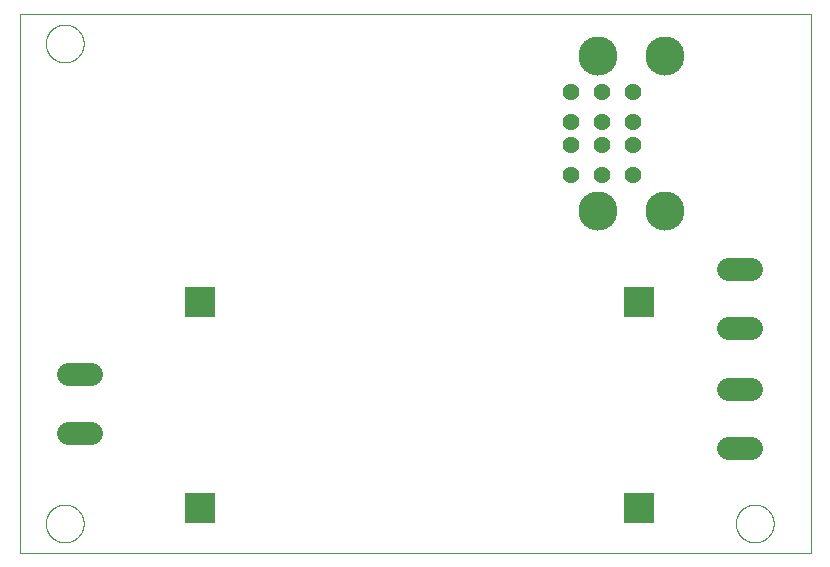
<source format=gtl>
G75*
%MOIN*%
%OFA0B0*%
%FSLAX25Y25*%
%IPPOS*%
%LPD*%
%AMOC8*
5,1,8,0,0,1.08239X$1,22.5*
%
%ADD10C,0.00000*%
%ADD11R,0.10000X0.10000*%
%ADD12C,0.07800*%
%ADD13C,0.13055*%
%ADD14C,0.05622*%
D10*
X0005833Y0002600D02*
X0005833Y0182561D01*
X0269534Y0182561D01*
X0269534Y0002600D01*
X0005833Y0002600D01*
X0014534Y0012600D02*
X0014536Y0012758D01*
X0014542Y0012916D01*
X0014552Y0013074D01*
X0014566Y0013232D01*
X0014584Y0013389D01*
X0014605Y0013546D01*
X0014631Y0013702D01*
X0014661Y0013858D01*
X0014694Y0014013D01*
X0014732Y0014166D01*
X0014773Y0014319D01*
X0014818Y0014471D01*
X0014867Y0014622D01*
X0014920Y0014771D01*
X0014976Y0014919D01*
X0015036Y0015065D01*
X0015100Y0015210D01*
X0015168Y0015353D01*
X0015239Y0015495D01*
X0015313Y0015635D01*
X0015391Y0015772D01*
X0015473Y0015908D01*
X0015557Y0016042D01*
X0015646Y0016173D01*
X0015737Y0016302D01*
X0015832Y0016429D01*
X0015929Y0016554D01*
X0016030Y0016676D01*
X0016134Y0016795D01*
X0016241Y0016912D01*
X0016351Y0017026D01*
X0016464Y0017137D01*
X0016579Y0017246D01*
X0016697Y0017351D01*
X0016818Y0017453D01*
X0016941Y0017553D01*
X0017067Y0017649D01*
X0017195Y0017742D01*
X0017325Y0017832D01*
X0017458Y0017918D01*
X0017593Y0018002D01*
X0017729Y0018081D01*
X0017868Y0018158D01*
X0018009Y0018230D01*
X0018151Y0018300D01*
X0018295Y0018365D01*
X0018441Y0018427D01*
X0018588Y0018485D01*
X0018737Y0018540D01*
X0018887Y0018591D01*
X0019038Y0018638D01*
X0019190Y0018681D01*
X0019343Y0018720D01*
X0019498Y0018756D01*
X0019653Y0018787D01*
X0019809Y0018815D01*
X0019965Y0018839D01*
X0020122Y0018859D01*
X0020280Y0018875D01*
X0020437Y0018887D01*
X0020596Y0018895D01*
X0020754Y0018899D01*
X0020912Y0018899D01*
X0021070Y0018895D01*
X0021229Y0018887D01*
X0021386Y0018875D01*
X0021544Y0018859D01*
X0021701Y0018839D01*
X0021857Y0018815D01*
X0022013Y0018787D01*
X0022168Y0018756D01*
X0022323Y0018720D01*
X0022476Y0018681D01*
X0022628Y0018638D01*
X0022779Y0018591D01*
X0022929Y0018540D01*
X0023078Y0018485D01*
X0023225Y0018427D01*
X0023371Y0018365D01*
X0023515Y0018300D01*
X0023657Y0018230D01*
X0023798Y0018158D01*
X0023937Y0018081D01*
X0024073Y0018002D01*
X0024208Y0017918D01*
X0024341Y0017832D01*
X0024471Y0017742D01*
X0024599Y0017649D01*
X0024725Y0017553D01*
X0024848Y0017453D01*
X0024969Y0017351D01*
X0025087Y0017246D01*
X0025202Y0017137D01*
X0025315Y0017026D01*
X0025425Y0016912D01*
X0025532Y0016795D01*
X0025636Y0016676D01*
X0025737Y0016554D01*
X0025834Y0016429D01*
X0025929Y0016302D01*
X0026020Y0016173D01*
X0026109Y0016042D01*
X0026193Y0015908D01*
X0026275Y0015772D01*
X0026353Y0015635D01*
X0026427Y0015495D01*
X0026498Y0015353D01*
X0026566Y0015210D01*
X0026630Y0015065D01*
X0026690Y0014919D01*
X0026746Y0014771D01*
X0026799Y0014622D01*
X0026848Y0014471D01*
X0026893Y0014319D01*
X0026934Y0014166D01*
X0026972Y0014013D01*
X0027005Y0013858D01*
X0027035Y0013702D01*
X0027061Y0013546D01*
X0027082Y0013389D01*
X0027100Y0013232D01*
X0027114Y0013074D01*
X0027124Y0012916D01*
X0027130Y0012758D01*
X0027132Y0012600D01*
X0027130Y0012442D01*
X0027124Y0012284D01*
X0027114Y0012126D01*
X0027100Y0011968D01*
X0027082Y0011811D01*
X0027061Y0011654D01*
X0027035Y0011498D01*
X0027005Y0011342D01*
X0026972Y0011187D01*
X0026934Y0011034D01*
X0026893Y0010881D01*
X0026848Y0010729D01*
X0026799Y0010578D01*
X0026746Y0010429D01*
X0026690Y0010281D01*
X0026630Y0010135D01*
X0026566Y0009990D01*
X0026498Y0009847D01*
X0026427Y0009705D01*
X0026353Y0009565D01*
X0026275Y0009428D01*
X0026193Y0009292D01*
X0026109Y0009158D01*
X0026020Y0009027D01*
X0025929Y0008898D01*
X0025834Y0008771D01*
X0025737Y0008646D01*
X0025636Y0008524D01*
X0025532Y0008405D01*
X0025425Y0008288D01*
X0025315Y0008174D01*
X0025202Y0008063D01*
X0025087Y0007954D01*
X0024969Y0007849D01*
X0024848Y0007747D01*
X0024725Y0007647D01*
X0024599Y0007551D01*
X0024471Y0007458D01*
X0024341Y0007368D01*
X0024208Y0007282D01*
X0024073Y0007198D01*
X0023937Y0007119D01*
X0023798Y0007042D01*
X0023657Y0006970D01*
X0023515Y0006900D01*
X0023371Y0006835D01*
X0023225Y0006773D01*
X0023078Y0006715D01*
X0022929Y0006660D01*
X0022779Y0006609D01*
X0022628Y0006562D01*
X0022476Y0006519D01*
X0022323Y0006480D01*
X0022168Y0006444D01*
X0022013Y0006413D01*
X0021857Y0006385D01*
X0021701Y0006361D01*
X0021544Y0006341D01*
X0021386Y0006325D01*
X0021229Y0006313D01*
X0021070Y0006305D01*
X0020912Y0006301D01*
X0020754Y0006301D01*
X0020596Y0006305D01*
X0020437Y0006313D01*
X0020280Y0006325D01*
X0020122Y0006341D01*
X0019965Y0006361D01*
X0019809Y0006385D01*
X0019653Y0006413D01*
X0019498Y0006444D01*
X0019343Y0006480D01*
X0019190Y0006519D01*
X0019038Y0006562D01*
X0018887Y0006609D01*
X0018737Y0006660D01*
X0018588Y0006715D01*
X0018441Y0006773D01*
X0018295Y0006835D01*
X0018151Y0006900D01*
X0018009Y0006970D01*
X0017868Y0007042D01*
X0017729Y0007119D01*
X0017593Y0007198D01*
X0017458Y0007282D01*
X0017325Y0007368D01*
X0017195Y0007458D01*
X0017067Y0007551D01*
X0016941Y0007647D01*
X0016818Y0007747D01*
X0016697Y0007849D01*
X0016579Y0007954D01*
X0016464Y0008063D01*
X0016351Y0008174D01*
X0016241Y0008288D01*
X0016134Y0008405D01*
X0016030Y0008524D01*
X0015929Y0008646D01*
X0015832Y0008771D01*
X0015737Y0008898D01*
X0015646Y0009027D01*
X0015557Y0009158D01*
X0015473Y0009292D01*
X0015391Y0009428D01*
X0015313Y0009565D01*
X0015239Y0009705D01*
X0015168Y0009847D01*
X0015100Y0009990D01*
X0015036Y0010135D01*
X0014976Y0010281D01*
X0014920Y0010429D01*
X0014867Y0010578D01*
X0014818Y0010729D01*
X0014773Y0010881D01*
X0014732Y0011034D01*
X0014694Y0011187D01*
X0014661Y0011342D01*
X0014631Y0011498D01*
X0014605Y0011654D01*
X0014584Y0011811D01*
X0014566Y0011968D01*
X0014552Y0012126D01*
X0014542Y0012284D01*
X0014536Y0012442D01*
X0014534Y0012600D01*
X0244534Y0012600D02*
X0244536Y0012758D01*
X0244542Y0012916D01*
X0244552Y0013074D01*
X0244566Y0013232D01*
X0244584Y0013389D01*
X0244605Y0013546D01*
X0244631Y0013702D01*
X0244661Y0013858D01*
X0244694Y0014013D01*
X0244732Y0014166D01*
X0244773Y0014319D01*
X0244818Y0014471D01*
X0244867Y0014622D01*
X0244920Y0014771D01*
X0244976Y0014919D01*
X0245036Y0015065D01*
X0245100Y0015210D01*
X0245168Y0015353D01*
X0245239Y0015495D01*
X0245313Y0015635D01*
X0245391Y0015772D01*
X0245473Y0015908D01*
X0245557Y0016042D01*
X0245646Y0016173D01*
X0245737Y0016302D01*
X0245832Y0016429D01*
X0245929Y0016554D01*
X0246030Y0016676D01*
X0246134Y0016795D01*
X0246241Y0016912D01*
X0246351Y0017026D01*
X0246464Y0017137D01*
X0246579Y0017246D01*
X0246697Y0017351D01*
X0246818Y0017453D01*
X0246941Y0017553D01*
X0247067Y0017649D01*
X0247195Y0017742D01*
X0247325Y0017832D01*
X0247458Y0017918D01*
X0247593Y0018002D01*
X0247729Y0018081D01*
X0247868Y0018158D01*
X0248009Y0018230D01*
X0248151Y0018300D01*
X0248295Y0018365D01*
X0248441Y0018427D01*
X0248588Y0018485D01*
X0248737Y0018540D01*
X0248887Y0018591D01*
X0249038Y0018638D01*
X0249190Y0018681D01*
X0249343Y0018720D01*
X0249498Y0018756D01*
X0249653Y0018787D01*
X0249809Y0018815D01*
X0249965Y0018839D01*
X0250122Y0018859D01*
X0250280Y0018875D01*
X0250437Y0018887D01*
X0250596Y0018895D01*
X0250754Y0018899D01*
X0250912Y0018899D01*
X0251070Y0018895D01*
X0251229Y0018887D01*
X0251386Y0018875D01*
X0251544Y0018859D01*
X0251701Y0018839D01*
X0251857Y0018815D01*
X0252013Y0018787D01*
X0252168Y0018756D01*
X0252323Y0018720D01*
X0252476Y0018681D01*
X0252628Y0018638D01*
X0252779Y0018591D01*
X0252929Y0018540D01*
X0253078Y0018485D01*
X0253225Y0018427D01*
X0253371Y0018365D01*
X0253515Y0018300D01*
X0253657Y0018230D01*
X0253798Y0018158D01*
X0253937Y0018081D01*
X0254073Y0018002D01*
X0254208Y0017918D01*
X0254341Y0017832D01*
X0254471Y0017742D01*
X0254599Y0017649D01*
X0254725Y0017553D01*
X0254848Y0017453D01*
X0254969Y0017351D01*
X0255087Y0017246D01*
X0255202Y0017137D01*
X0255315Y0017026D01*
X0255425Y0016912D01*
X0255532Y0016795D01*
X0255636Y0016676D01*
X0255737Y0016554D01*
X0255834Y0016429D01*
X0255929Y0016302D01*
X0256020Y0016173D01*
X0256109Y0016042D01*
X0256193Y0015908D01*
X0256275Y0015772D01*
X0256353Y0015635D01*
X0256427Y0015495D01*
X0256498Y0015353D01*
X0256566Y0015210D01*
X0256630Y0015065D01*
X0256690Y0014919D01*
X0256746Y0014771D01*
X0256799Y0014622D01*
X0256848Y0014471D01*
X0256893Y0014319D01*
X0256934Y0014166D01*
X0256972Y0014013D01*
X0257005Y0013858D01*
X0257035Y0013702D01*
X0257061Y0013546D01*
X0257082Y0013389D01*
X0257100Y0013232D01*
X0257114Y0013074D01*
X0257124Y0012916D01*
X0257130Y0012758D01*
X0257132Y0012600D01*
X0257130Y0012442D01*
X0257124Y0012284D01*
X0257114Y0012126D01*
X0257100Y0011968D01*
X0257082Y0011811D01*
X0257061Y0011654D01*
X0257035Y0011498D01*
X0257005Y0011342D01*
X0256972Y0011187D01*
X0256934Y0011034D01*
X0256893Y0010881D01*
X0256848Y0010729D01*
X0256799Y0010578D01*
X0256746Y0010429D01*
X0256690Y0010281D01*
X0256630Y0010135D01*
X0256566Y0009990D01*
X0256498Y0009847D01*
X0256427Y0009705D01*
X0256353Y0009565D01*
X0256275Y0009428D01*
X0256193Y0009292D01*
X0256109Y0009158D01*
X0256020Y0009027D01*
X0255929Y0008898D01*
X0255834Y0008771D01*
X0255737Y0008646D01*
X0255636Y0008524D01*
X0255532Y0008405D01*
X0255425Y0008288D01*
X0255315Y0008174D01*
X0255202Y0008063D01*
X0255087Y0007954D01*
X0254969Y0007849D01*
X0254848Y0007747D01*
X0254725Y0007647D01*
X0254599Y0007551D01*
X0254471Y0007458D01*
X0254341Y0007368D01*
X0254208Y0007282D01*
X0254073Y0007198D01*
X0253937Y0007119D01*
X0253798Y0007042D01*
X0253657Y0006970D01*
X0253515Y0006900D01*
X0253371Y0006835D01*
X0253225Y0006773D01*
X0253078Y0006715D01*
X0252929Y0006660D01*
X0252779Y0006609D01*
X0252628Y0006562D01*
X0252476Y0006519D01*
X0252323Y0006480D01*
X0252168Y0006444D01*
X0252013Y0006413D01*
X0251857Y0006385D01*
X0251701Y0006361D01*
X0251544Y0006341D01*
X0251386Y0006325D01*
X0251229Y0006313D01*
X0251070Y0006305D01*
X0250912Y0006301D01*
X0250754Y0006301D01*
X0250596Y0006305D01*
X0250437Y0006313D01*
X0250280Y0006325D01*
X0250122Y0006341D01*
X0249965Y0006361D01*
X0249809Y0006385D01*
X0249653Y0006413D01*
X0249498Y0006444D01*
X0249343Y0006480D01*
X0249190Y0006519D01*
X0249038Y0006562D01*
X0248887Y0006609D01*
X0248737Y0006660D01*
X0248588Y0006715D01*
X0248441Y0006773D01*
X0248295Y0006835D01*
X0248151Y0006900D01*
X0248009Y0006970D01*
X0247868Y0007042D01*
X0247729Y0007119D01*
X0247593Y0007198D01*
X0247458Y0007282D01*
X0247325Y0007368D01*
X0247195Y0007458D01*
X0247067Y0007551D01*
X0246941Y0007647D01*
X0246818Y0007747D01*
X0246697Y0007849D01*
X0246579Y0007954D01*
X0246464Y0008063D01*
X0246351Y0008174D01*
X0246241Y0008288D01*
X0246134Y0008405D01*
X0246030Y0008524D01*
X0245929Y0008646D01*
X0245832Y0008771D01*
X0245737Y0008898D01*
X0245646Y0009027D01*
X0245557Y0009158D01*
X0245473Y0009292D01*
X0245391Y0009428D01*
X0245313Y0009565D01*
X0245239Y0009705D01*
X0245168Y0009847D01*
X0245100Y0009990D01*
X0245036Y0010135D01*
X0244976Y0010281D01*
X0244920Y0010429D01*
X0244867Y0010578D01*
X0244818Y0010729D01*
X0244773Y0010881D01*
X0244732Y0011034D01*
X0244694Y0011187D01*
X0244661Y0011342D01*
X0244631Y0011498D01*
X0244605Y0011654D01*
X0244584Y0011811D01*
X0244566Y0011968D01*
X0244552Y0012126D01*
X0244542Y0012284D01*
X0244536Y0012442D01*
X0244534Y0012600D01*
X0014534Y0172600D02*
X0014536Y0172758D01*
X0014542Y0172916D01*
X0014552Y0173074D01*
X0014566Y0173232D01*
X0014584Y0173389D01*
X0014605Y0173546D01*
X0014631Y0173702D01*
X0014661Y0173858D01*
X0014694Y0174013D01*
X0014732Y0174166D01*
X0014773Y0174319D01*
X0014818Y0174471D01*
X0014867Y0174622D01*
X0014920Y0174771D01*
X0014976Y0174919D01*
X0015036Y0175065D01*
X0015100Y0175210D01*
X0015168Y0175353D01*
X0015239Y0175495D01*
X0015313Y0175635D01*
X0015391Y0175772D01*
X0015473Y0175908D01*
X0015557Y0176042D01*
X0015646Y0176173D01*
X0015737Y0176302D01*
X0015832Y0176429D01*
X0015929Y0176554D01*
X0016030Y0176676D01*
X0016134Y0176795D01*
X0016241Y0176912D01*
X0016351Y0177026D01*
X0016464Y0177137D01*
X0016579Y0177246D01*
X0016697Y0177351D01*
X0016818Y0177453D01*
X0016941Y0177553D01*
X0017067Y0177649D01*
X0017195Y0177742D01*
X0017325Y0177832D01*
X0017458Y0177918D01*
X0017593Y0178002D01*
X0017729Y0178081D01*
X0017868Y0178158D01*
X0018009Y0178230D01*
X0018151Y0178300D01*
X0018295Y0178365D01*
X0018441Y0178427D01*
X0018588Y0178485D01*
X0018737Y0178540D01*
X0018887Y0178591D01*
X0019038Y0178638D01*
X0019190Y0178681D01*
X0019343Y0178720D01*
X0019498Y0178756D01*
X0019653Y0178787D01*
X0019809Y0178815D01*
X0019965Y0178839D01*
X0020122Y0178859D01*
X0020280Y0178875D01*
X0020437Y0178887D01*
X0020596Y0178895D01*
X0020754Y0178899D01*
X0020912Y0178899D01*
X0021070Y0178895D01*
X0021229Y0178887D01*
X0021386Y0178875D01*
X0021544Y0178859D01*
X0021701Y0178839D01*
X0021857Y0178815D01*
X0022013Y0178787D01*
X0022168Y0178756D01*
X0022323Y0178720D01*
X0022476Y0178681D01*
X0022628Y0178638D01*
X0022779Y0178591D01*
X0022929Y0178540D01*
X0023078Y0178485D01*
X0023225Y0178427D01*
X0023371Y0178365D01*
X0023515Y0178300D01*
X0023657Y0178230D01*
X0023798Y0178158D01*
X0023937Y0178081D01*
X0024073Y0178002D01*
X0024208Y0177918D01*
X0024341Y0177832D01*
X0024471Y0177742D01*
X0024599Y0177649D01*
X0024725Y0177553D01*
X0024848Y0177453D01*
X0024969Y0177351D01*
X0025087Y0177246D01*
X0025202Y0177137D01*
X0025315Y0177026D01*
X0025425Y0176912D01*
X0025532Y0176795D01*
X0025636Y0176676D01*
X0025737Y0176554D01*
X0025834Y0176429D01*
X0025929Y0176302D01*
X0026020Y0176173D01*
X0026109Y0176042D01*
X0026193Y0175908D01*
X0026275Y0175772D01*
X0026353Y0175635D01*
X0026427Y0175495D01*
X0026498Y0175353D01*
X0026566Y0175210D01*
X0026630Y0175065D01*
X0026690Y0174919D01*
X0026746Y0174771D01*
X0026799Y0174622D01*
X0026848Y0174471D01*
X0026893Y0174319D01*
X0026934Y0174166D01*
X0026972Y0174013D01*
X0027005Y0173858D01*
X0027035Y0173702D01*
X0027061Y0173546D01*
X0027082Y0173389D01*
X0027100Y0173232D01*
X0027114Y0173074D01*
X0027124Y0172916D01*
X0027130Y0172758D01*
X0027132Y0172600D01*
X0027130Y0172442D01*
X0027124Y0172284D01*
X0027114Y0172126D01*
X0027100Y0171968D01*
X0027082Y0171811D01*
X0027061Y0171654D01*
X0027035Y0171498D01*
X0027005Y0171342D01*
X0026972Y0171187D01*
X0026934Y0171034D01*
X0026893Y0170881D01*
X0026848Y0170729D01*
X0026799Y0170578D01*
X0026746Y0170429D01*
X0026690Y0170281D01*
X0026630Y0170135D01*
X0026566Y0169990D01*
X0026498Y0169847D01*
X0026427Y0169705D01*
X0026353Y0169565D01*
X0026275Y0169428D01*
X0026193Y0169292D01*
X0026109Y0169158D01*
X0026020Y0169027D01*
X0025929Y0168898D01*
X0025834Y0168771D01*
X0025737Y0168646D01*
X0025636Y0168524D01*
X0025532Y0168405D01*
X0025425Y0168288D01*
X0025315Y0168174D01*
X0025202Y0168063D01*
X0025087Y0167954D01*
X0024969Y0167849D01*
X0024848Y0167747D01*
X0024725Y0167647D01*
X0024599Y0167551D01*
X0024471Y0167458D01*
X0024341Y0167368D01*
X0024208Y0167282D01*
X0024073Y0167198D01*
X0023937Y0167119D01*
X0023798Y0167042D01*
X0023657Y0166970D01*
X0023515Y0166900D01*
X0023371Y0166835D01*
X0023225Y0166773D01*
X0023078Y0166715D01*
X0022929Y0166660D01*
X0022779Y0166609D01*
X0022628Y0166562D01*
X0022476Y0166519D01*
X0022323Y0166480D01*
X0022168Y0166444D01*
X0022013Y0166413D01*
X0021857Y0166385D01*
X0021701Y0166361D01*
X0021544Y0166341D01*
X0021386Y0166325D01*
X0021229Y0166313D01*
X0021070Y0166305D01*
X0020912Y0166301D01*
X0020754Y0166301D01*
X0020596Y0166305D01*
X0020437Y0166313D01*
X0020280Y0166325D01*
X0020122Y0166341D01*
X0019965Y0166361D01*
X0019809Y0166385D01*
X0019653Y0166413D01*
X0019498Y0166444D01*
X0019343Y0166480D01*
X0019190Y0166519D01*
X0019038Y0166562D01*
X0018887Y0166609D01*
X0018737Y0166660D01*
X0018588Y0166715D01*
X0018441Y0166773D01*
X0018295Y0166835D01*
X0018151Y0166900D01*
X0018009Y0166970D01*
X0017868Y0167042D01*
X0017729Y0167119D01*
X0017593Y0167198D01*
X0017458Y0167282D01*
X0017325Y0167368D01*
X0017195Y0167458D01*
X0017067Y0167551D01*
X0016941Y0167647D01*
X0016818Y0167747D01*
X0016697Y0167849D01*
X0016579Y0167954D01*
X0016464Y0168063D01*
X0016351Y0168174D01*
X0016241Y0168288D01*
X0016134Y0168405D01*
X0016030Y0168524D01*
X0015929Y0168646D01*
X0015832Y0168771D01*
X0015737Y0168898D01*
X0015646Y0169027D01*
X0015557Y0169158D01*
X0015473Y0169292D01*
X0015391Y0169428D01*
X0015313Y0169565D01*
X0015239Y0169705D01*
X0015168Y0169847D01*
X0015100Y0169990D01*
X0015036Y0170135D01*
X0014976Y0170281D01*
X0014920Y0170429D01*
X0014867Y0170578D01*
X0014818Y0170729D01*
X0014773Y0170881D01*
X0014732Y0171034D01*
X0014694Y0171187D01*
X0014661Y0171342D01*
X0014631Y0171498D01*
X0014605Y0171654D01*
X0014584Y0171811D01*
X0014566Y0171968D01*
X0014552Y0172126D01*
X0014542Y0172284D01*
X0014536Y0172442D01*
X0014534Y0172600D01*
D11*
X0065833Y0086350D03*
X0065833Y0017600D03*
X0212083Y0017600D03*
X0212083Y0086350D03*
D12*
X0241933Y0077700D02*
X0249733Y0077700D01*
X0249733Y0057500D02*
X0241933Y0057500D01*
X0241933Y0037700D02*
X0249733Y0037700D01*
X0249733Y0097500D02*
X0241933Y0097500D01*
X0029733Y0062500D02*
X0021933Y0062500D01*
X0021933Y0042700D02*
X0029733Y0042700D01*
D13*
X0198471Y0116734D03*
X0220833Y0116734D03*
X0220833Y0168466D03*
X0198471Y0168466D03*
D14*
X0199849Y0156380D03*
X0210164Y0156380D03*
X0210164Y0146537D03*
X0199849Y0146537D03*
X0189534Y0146537D03*
X0189534Y0138663D03*
X0199849Y0138663D03*
X0210164Y0138663D03*
X0210164Y0128820D03*
X0199849Y0128820D03*
X0189534Y0128820D03*
X0189534Y0156380D03*
M02*

</source>
